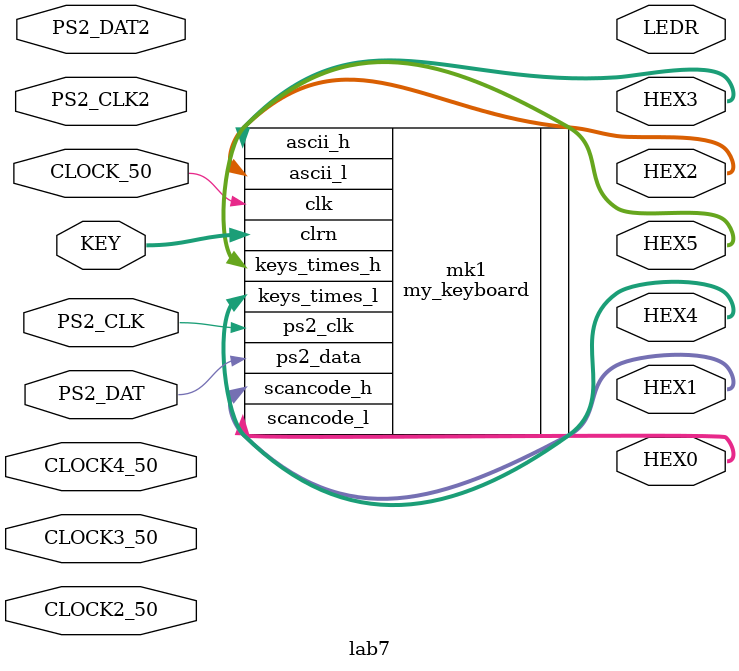
<source format=v>


module lab7(

	//////////// CLOCK //////////
	input 		          		CLOCK2_50,
	input 		          		CLOCK3_50,
	input 		          		CLOCK4_50,
	input 		          		CLOCK_50,

	//////////// KEY //////////
	input 		     [3:0]		KEY,

	//////////// LED //////////
	output		     [9:0]		LEDR,

	//////////// Seg7 //////////
	output		     [6:0]		HEX0,
	output		     [6:0]		HEX1,
	output		     [6:0]		HEX2,
	output		     [6:0]		HEX3,
	output		     [6:0]		HEX4,
	output		     [6:0]		HEX5,

	//////////// PS2 //////////
	inout 		          		PS2_CLK,
	inout 		          		PS2_CLK2,
	inout 		          		PS2_DAT,
	inout 		          		PS2_DAT2
);



//=======================================================
//  REG/WIRE declarations
//=======================================================

   my_keyboard mk1(
      .clk(CLOCK_50), 
      .clrn(KEY), 
      .ps2_clk(PS2_CLK),
      .ps2_data(PS2_DAT),
      .keys_times_h(HEX5),
      .keys_times_l(HEX4),
      .ascii_h(HEX3), 
      .ascii_l(HEX2),
      .scancode_h(HEX1),
      .scancode_l(HEX0)
   );


//=======================================================
//  Structural coding
//=======================================================



endmodule

</source>
